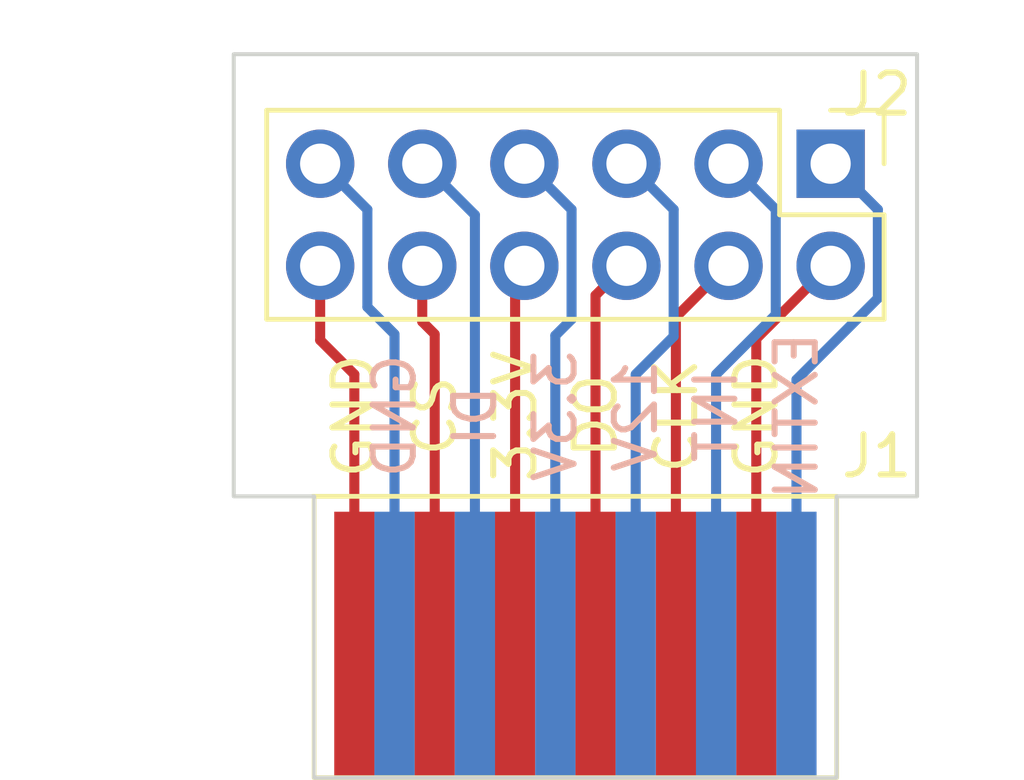
<source format=kicad_pcb>
(kicad_pcb (version 20211014) (generator pcbnew)
  (layers (0 "F.Cu" signal) (31 "B.Cu" signal) (34 "B.Paste" user) (35 "F.Paste" user) (36 "B.SilkS" user "B.Silkscreen") (37 "F.SilkS" user "F.Silkscreen") (38 "B.Mask" user) (39 "F.Mask" user) (44 "Edge.Cuts" user))
  (net 0 "")
  (net 1 "Net-(J1-Pad1)")
  (net 2 "Net-(J1-Pad2)")
  (net 3 "Net-(J1-Pad3)")
  (net 4 "Net-(J1-Pad4)")
  (net 5 "Net-(J1-Pad5)")
  (net 6 "Net-(J1-Pad6)")
  (net 7 "Net-(J1-Pad7)")
  (net 8 "Net-(J1-Pad8)")
  (net 9 "Net-(J1-Pad9)")
  (net 10 "Net-(J1-Pad10)")
  (net 11 "Net-(J1-Pad11)")
  (net 12 "Net-(J1-Pad12)")
  (footprint "GameCube:Conn_SP1" (layer "F.Cu") (at 152 62)
    (fp_text reference "J1" (at 14 -1 unlocked) (layer "F.SilkS"))
    (fp_text value "Conn_SP1")
    (fp_text user "12V" (at 8 -2 90 unlocked) (layer "B.SilkS") (effects (justify mirror)))
    (fp_text user "GND" (at 2 -2 90 unlocked) (layer "B.SilkS") (effects (justify mirror)))
    (fp_text user "3.3V" (at 6 -2 90 unlocked) (layer "B.SilkS") (effects (justify mirror)))
    (fp_text user "EXTIN" (at 12 -2 90 unlocked) (layer "B.SilkS") (effects (justify mirror)))
    (fp_text user "DI" (at 4 -2 90 unlocked) (layer "B.SilkS") (effects (justify mirror)))
    (fp_text user "INT" (at 10 -2 90 unlocked) (layer "B.SilkS") (effects (justify mirror)))
    (fp_text user "CS" (at 3 -2 90 unlocked) (layer "F.SilkS"))
    (fp_text user "DO" (at 7 -2 90 unlocked) (layer "F.SilkS"))
    (fp_text user "CLK" (at 9 -2 90 unlocked) (layer "F.SilkS"))
    (fp_text user "GND" (at 1 -2 90 unlocked) (layer "F.SilkS"))
    (fp_text user "GND" (at 11 -2 90 unlocked) (layer "F.SilkS"))
    (fp_text user "3.3V" (at 5 -2 90 unlocked) (layer "F.SilkS"))
    (fp_rect (start 0 0) (end 13 7) (layer "F.SilkS") (width 0.12) (fill none))
    (pad "1" smd rect (at 12 3.683 90) (size 6.6 1) (layers "B.Cu" "B.Paste" "B.Mask") (net 1 "Net-(J1-Pad1)"))
    (pad "2" smd rect (at 11 3.683 90) (size 6.6 1) (layers "F.Cu" "F.Paste" "F.Mask") (net 2 "Net-(J1-Pad2)"))
    (pad "3" smd rect (at 10 3.683 90) (size 6.6 1) (layers "B.Cu" "B.Paste" "B.Mask") (net 3 "Net-(J1-Pad3)"))
    (pad "4" smd rect (at 9 3.683 90) (size 6.6 1) (layers "F.Cu" "F.Paste" "F.Mask") (net 4 "Net-(J1-Pad4)"))
    (pad "5" smd rect (at 8 3.683 90) (size 6.6 1) (layers "B.Cu" "B.Paste" "B.Mask") (net 5 "Net-(J1-Pad5)"))
    (pad "6" smd rect (at 7 3.683 90) (size 6.6 1) (layers "F.Cu" "F.Paste" "F.Mask") (net 6 "Net-(J1-Pad6)"))
    (pad "7" smd rect (at 6 3.683 90) (size 6.6 1) (layers "B.Cu" "B.Paste" "B.Mask") (net 7 "Net-(J1-Pad7)"))
    (pad "8" smd rect (at 5 3.683 90) (size 6.6 1) (layers "F.Cu" "F.Paste" "F.Mask") (net 8 "Net-(J1-Pad8)"))
    (pad "9" smd rect (at 4 3.683 90) (size 6.6 1) (layers "B.Cu" "B.Paste" "B.Mask") (net 9 "Net-(J1-Pad9)"))
    (pad "10" smd rect (at 3 3.683 90) (size 6.6 1) (layers "F.Cu" "F.Paste" "F.Mask") (net 10 "Net-(J1-Pad10)"))
    (pad "11" smd rect (at 2 3.683 90) (size 6.6 1) (layers "B.Cu" "B.Paste" "B.Mask") (net 11 "Net-(J1-Pad11)"))
    (pad "12" smd rect (at 1 3.683 90) (size 6.6 1) (layers "F.Cu" "F.Paste" "F.Mask") (net 12 "Net-(J1-Pad12)"))
  )
  (footprint "Connector_PinHeader_2.54mm:PinHeader_2x06_P2.54mm_Vertical" (layer "F.Cu") (at 164.85 53.725 -90)
    (fp_text reference "J2" (at -1.725 -1.15 180) (layer "F.SilkS"))
    (fp_text value "Conn_01x12")
    (fp_line (start -1.33 1.27) (end 1.27 1.27) (layer "F.SilkS") (width 0.12))
    (fp_line (start 3.87 -1.33) (end 3.87 14.03) (layer "F.SilkS") (width 0.12))
    (fp_line (start 1.27 1.27) (end 1.27 -1.33) (layer "F.SilkS") (width 0.12))
    (fp_line (start -1.33 14.03) (end 3.87 14.03) (layer "F.SilkS") (width 0.12))
    (fp_line (start -1.33 -1.33) (end 0 -1.33) (layer "F.SilkS") (width 0.12))
    (fp_line (start 1.27 -1.33) (end 3.87 -1.33) (layer "F.SilkS") (width 0.12))
    (fp_line (start -1.33 0) (end -1.33 -1.33) (layer "F.SilkS") (width 0.12))
    (fp_line (start -1.33 1.27) (end -1.33 14.03) (layer "F.SilkS") (width 0.12))
    (pad "1" thru_hole rect locked (at 0 0 270) (size 1.7 1.7) (drill 1) (layers *.Cu *.Mask) (net 1 "Net-(J1-Pad1)"))
    (pad "2" thru_hole oval locked (at 2.54 0 270) (size 1.7 1.7) (drill 1) (layers *.Cu *.Mask) (net 2 "Net-(J1-Pad2)"))
    (pad "3" thru_hole oval locked (at 0 2.54 270) (size 1.7 1.7) (drill 1) (layers *.Cu *.Mask) (net 3 "Net-(J1-Pad3)"))
    (pad "4" thru_hole oval locked (at 2.54 2.54 270) (size 1.7 1.7) (drill 1) (layers *.Cu *.Mask) (net 4 "Net-(J1-Pad4)"))
    (pad "5" thru_hole oval locked (at 0 5.08 270) (size 1.7 1.7) (drill 1) (layers *.Cu *.Mask) (net 5 "Net-(J1-Pad5)"))
    (pad "6" thru_hole oval locked (at 2.54 5.08 270) (size 1.7 1.7) (drill 1) (layers *.Cu *.Mask) (net 6 "Net-(J1-Pad6)"))
    (pad "7" thru_hole oval locked (at 0 7.62 270) (size 1.7 1.7) (drill 1) (layers *.Cu *.Mask) (net 7 "Net-(J1-Pad7)"))
    (pad "8" thru_hole oval locked (at 2.54 7.62 270) (size 1.7 1.7) (drill 1) (layers *.Cu *.Mask) (net 8 "Net-(J1-Pad8)"))
    (pad "9" thru_hole oval locked (at 0 10.16 270) (size 1.7 1.7) (drill 1) (layers *.Cu *.Mask) (net 9 "Net-(J1-Pad9)"))
    (pad "10" thru_hole oval locked (at 2.54 10.16 270) (size 1.7 1.7) (drill 1) (layers *.Cu *.Mask) (net 10 "Net-(J1-Pad10)"))
    (pad "11" thru_hole oval locked (at 0 12.7 270) (size 1.7 1.7) (drill 1) (layers *.Cu *.Mask) (net 11 "Net-(J1-Pad11)"))
    (pad "12" thru_hole oval locked (at 2.54 12.7 270) (size 1.7 1.7) (drill 1) (layers *.Cu *.Mask) (net 12 "Net-(J1-Pad12)"))
  )
  (gr_poly (pts (xy 167 62) (xy 165 62) (xy 165 69) (xy 152 69) (xy 152 62) (xy 150 62) (xy 150 51) (xy 167 51)) (layer "Edge.Cuts") (width 0.1) (fill none))
  (segment (start 166.024511 57.073489) (end 166.024511 54.864511) (width 0.25) (layer "B.Cu") (net 1))
  (segment (start 166.024511 54.864511) (end 164.85 53.69) (width 0.25) (layer "B.Cu") (net 1))
  (segment (start 164 65.683) (end 164 59.098) (width 0.25) (layer "B.Cu") (net 1))
  (segment (start 164 59.098) (end 166.024511 57.073489) (width 0.25) (layer "B.Cu") (net 1))
  (segment (start 163 58.08) (end 164.85 56.23) (width 0.25) (layer "F.Cu") (net 2))
  (segment (start 163 65.683) (end 163 58.08) (width 0.25) (layer "F.Cu") (net 2))
  (segment (start 162.31 53.69) (end 163.484511 54.864511) (width 0.25) (layer "B.Cu") (net 3))
  (segment (start 162 65.683) (end 162 59) (width 0.25) (layer "B.Cu") (net 3))
  (segment (start 163.484511 57.480489) (end 162 58.965) (width 0.25) (layer "B.Cu") (net 3))
  (segment (start 163.484511 54.864511) (end 163.484511 57.480489) (width 0.25) (layer "B.Cu") (net 3))
  (segment (start 161 65.683) (end 161 57.54) (width 0.25) (layer "F.Cu") (net 4))
  (segment (start 161 57.54) (end 162.31 56.23) (width 0.25) (layer "F.Cu") (net 4))
  (segment (start 160.944511 58.020489) (end 160.944511 54.864511) (width 0.25) (layer "B.Cu") (net 5))
  (segment (start 160 58.965) (end 160.944511 58.020489) (width 0.25) (layer "B.Cu") (net 5))
  (segment (start 160.944511 54.864511) (end 159.77 53.69) (width 0.25) (layer "B.Cu") (net 5))
  (segment (start 160 65.683) (end 160 59) (width 0.25) (layer "B.Cu") (net 5))
  (segment (start 159 57) (end 159.77 56.23) (width 0.25) (layer "F.Cu") (net 6))
  (segment (start 159 65.683) (end 159 57) (width 0.25) (layer "F.Cu") (net 6))
  (segment (start 158 65.683) (end 158 58) (width 0.25) (layer "B.Cu") (net 7))
  (segment (start 158 58) (end 158.404511 57.595489) (width 0.25) (layer "B.Cu") (net 7))
  (segment (start 158.404511 57.595489) (end 158.404511 54.864511) (width 0.25) (layer "B.Cu") (net 7))
  (segment (start 158.404511 54.864511) (end 157.23 53.69) (width 0.25) (layer "B.Cu") (net 7))
  (segment (start 157 56.46) (end 157.23 56.23) (width 0.25) (layer "F.Cu") (net 8))
  (segment (start 157 65.683) (end 157 56.495) (width 0.25) (layer "F.Cu") (net 8))
  (segment (start 157 56.495) (end 157.23 56.265) (width 0.25) (layer "F.Cu") (net 8))
  (segment (start 156 65.683) (end 156 55) (width 0.25) (layer "B.Cu") (net 9))
  (segment (start 156 55) (end 154.69 53.69) (width 0.25) (layer "B.Cu") (net 9))
  (segment (start 154.69 57.655) (end 155 57.965) (width 0.25) (layer "F.Cu") (net 10))
  (segment (start 155 65.683) (end 155 58) (width 0.25) (layer "F.Cu") (net 10))
  (segment (start 154.69 56.23) (end 154.69 57.655) (width 0.25) (layer "F.Cu") (net 10))
  (segment (start 153.324511 54.864511) (end 153.324511 57.289511) (width 0.25) (layer "B.Cu") (net 11))
  (segment (start 153.324511 57.289511) (end 154 57.965) (width 0.25) (layer "B.Cu") (net 11))
  (segment (start 152.15 53.69) (end 153.324511 54.864511) (width 0.25) (layer "B.Cu") (net 11))
  (segment (start 154 65.683) (end 154 58) (width 0.25) (layer "B.Cu") (net 11))
  (segment (start 152.15 58.115) (end 152.15 56.23) (width 0.25) (layer "F.Cu") (net 12))
  (segment (start 153 58.965) (end 152.15 58.115) (width 0.25) (layer "F.Cu") (net 12))
  (segment (start 153 65.683) (end 153 58.965) (width 0.25) (layer "F.Cu") (net 12))
)
</source>
